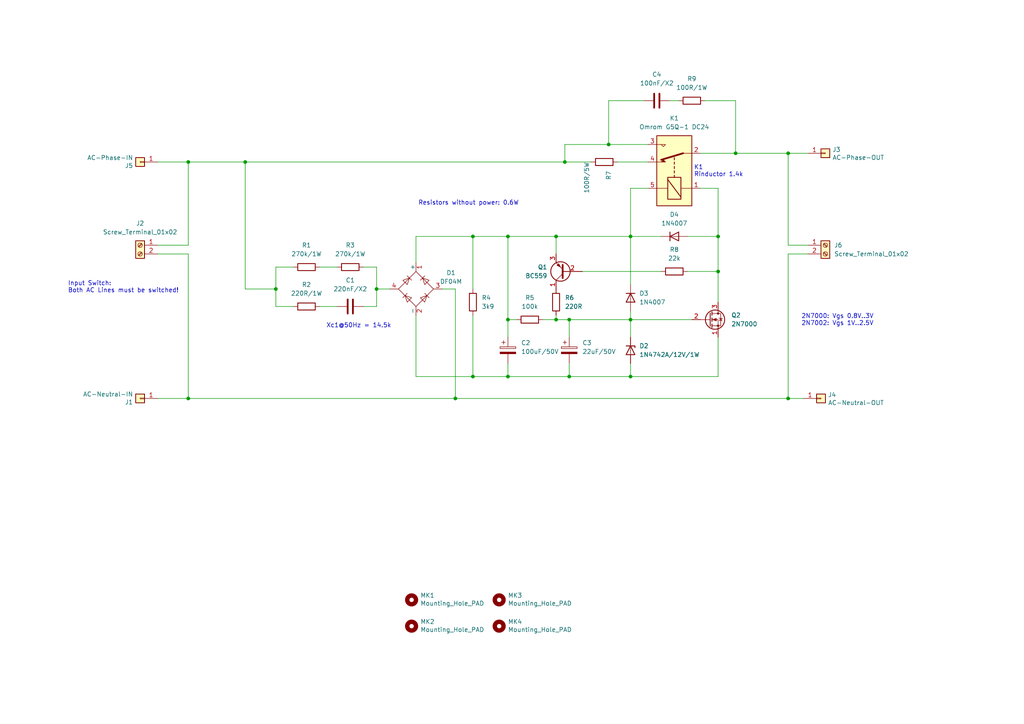
<source format=kicad_sch>
(kicad_sch (version 20211123) (generator eeschema)
  (paper "A4")
  (title_block (title "Inrush Current Limiter Relais") (date "2022-04-10") (rev "V3"))
  (lib_symbols
    (symbol "Connector:Screw_Terminal_01x02" (pin_names (offset 1.016) hide)
      (property "Reference" "J" (at 0 2.54 0))
      (property "Value" "Screw_Terminal_01x02" (at 0 -5.08 0))
      (symbol "Screw_Terminal_01x02_1_1"
        (rectangle (start -1.27 1.27) (end 1.27 -3.81) (stroke (width 0.254)) (fill (type background)))
        (circle (center 0 -2.54) (radius 0.635) (stroke (width 0.1524)))
        (polyline (pts (xy -0.5334 -2.2098) (xy 0.3302 -3.048)) (stroke (width 0.1524)))
        (polyline (pts (xy -0.5334 0.3302) (xy 0.3302 -0.508)) (stroke (width 0.1524)))
        (polyline (pts (xy -0.3556 -2.032) (xy 0.508 -2.8702)) (stroke (width 0.1524)))
        (polyline (pts (xy -0.3556 0.508) (xy 0.508 -0.3302)) (stroke (width 0.1524)))
        (circle (center 0 0) (radius 0.635) (stroke (width 0.1524)))
        (pin passive line (at -5.08 0 0) (length 3.81) (name "Pin_1") (number "1"))
        (pin passive line (at -5.08 -2.54 0) (length 3.81) (name "Pin_2") (number "2"))
      )
    )
    (symbol "Connector_Generic:Conn_01x01" (pin_names (offset 1.016) hide)
      (property "Reference" "J" (at 0 2.54 0))
      (property "Value" "Conn_01x01" (at 0 -2.54 0))
      (symbol "Conn_01x01_1_1"
        (rectangle (start -1.27 0.127) (end 0 -0.127) (stroke (width 0.1524)))
        (rectangle (start -1.27 1.27) (end 1.27 -1.27) (stroke (width 0.254)) (fill (type background)))
        (pin passive line (at -5.08 0 0) (length 3.81) (name "Pin_1") (number "1"))
      )
    )
    (symbol "Device:C" (pin_numbers hide) (pin_names (offset 0.254))
      (property "Reference" "C" (at 0.635 2.54 0))
      (property "Value" "C" (at 0.635 -2.54 0))
      (symbol "C_0_1"
        (polyline (pts (xy -2.032 -0.762) (xy 2.032 -0.762)) (stroke (width 0.508)))
        (polyline (pts (xy -2.032 0.762) (xy 2.032 0.762)) (stroke (width 0.508)))
      )
      (symbol "C_1_1"
        (pin passive line (at 0 3.81 270) (length 2.794) (name "~") (number "1"))
        (pin passive line (at 0 -3.81 90) (length 2.794) (name "~") (number "2"))
      )
    )
    (symbol "Device:C_Polarized" (pin_numbers hide) (pin_names (offset 0.254))
      (property "Reference" "C" (at 0.635 2.54 0))
      (property "Value" "C_Polarized" (at 0.635 -2.54 0))
      (symbol "C_Polarized_0_1"
        (rectangle (start -2.286 0.508) (end 2.286 1.016))
        (polyline (pts (xy -1.778 2.286) (xy -0.762 2.286)))
        (polyline (pts (xy -1.27 2.794) (xy -1.27 1.778)))
        (rectangle (start 2.286 -0.508) (end -2.286 -1.016) (fill (type outline)))
      )
      (symbol "C_Polarized_1_1"
        (pin passive line (at 0 3.81 270) (length 2.794) (name "~") (number "1"))
        (pin passive line (at 0 -3.81 90) (length 2.794) (name "~") (number "2"))
      )
    )
    (symbol "Device:R" (pin_numbers hide) (pin_names (offset 0))
      (property "Reference" "R" (at 2.032 0 90))
      (property "Value" "R" (at 0 0 90))
      (symbol "R_0_1"
        (rectangle (start -1.016 -2.54) (end 1.016 2.54) (stroke (width 0.254)))
      )
      (symbol "R_1_1"
        (pin passive line (at 0 3.81 270) (length 1.27) (name "~") (number "1"))
        (pin passive line (at 0 -3.81 90) (length 1.27) (name "~") (number "2"))
      )
    )
    (symbol "Diode:1N4007" (pin_numbers hide) (pin_names (offset 1.016) hide)
      (property "Reference" "D" (at 0 2.54 0))
      (property "Value" "1N4007" (at 0 -2.54 0))
      (symbol "1N4007_0_1"
        (polyline (pts (xy -1.27 1.27) (xy -1.27 -1.27)) (stroke (width 0.254)))
        (polyline (pts (xy 1.27 0) (xy -1.27 0)))
        (polyline (pts (xy 1.27 1.27) (xy 1.27 -1.27) (xy -1.27 0) (xy 1.27 1.27)) (stroke (width 0.254)))
      )
      (symbol "1N4007_1_1"
        (pin passive line (at -3.81 0 0) (length 2.54) (name "K") (number "1"))
        (pin passive line (at 3.81 0 180) (length 2.54) (name "A") (number "2"))
      )
    )
    (symbol "Diode:1N47xxA" (pin_numbers hide) (pin_names (offset 1.016) hide)
      (property "Reference" "D" (at 0 2.54 0))
      (property "Value" "1N47xxA" (at 0 -2.54 0))
      (symbol "1N47xxA_0_1"
        (polyline (pts (xy 1.27 0) (xy -1.27 0)))
        (polyline (pts (xy -1.27 -1.27) (xy -1.27 1.27) (xy -0.762 1.27)) (stroke (width 0.254)))
        (polyline (pts (xy 1.27 -1.27) (xy 1.27 1.27) (xy -1.27 0) (xy 1.27 -1.27)) (stroke (width 0.254)))
      )
      (symbol "1N47xxA_1_1"
        (pin passive line (at -3.81 0 0) (length 2.54) (name "K") (number "1"))
        (pin passive line (at 3.81 0 180) (length 2.54) (name "A") (number "2"))
      )
    )
    (symbol "Diode_Bridge:DF04M" (pin_names (offset 0))
      (property "Reference" "D" (at 2.54 6.985 0))
      (property "Value" "DF04M" (at 2.54 5.08 0))
      (symbol "DF04M_0_1"
        (polyline (pts (xy -2.54 3.81) (xy -1.27 2.54)))
        (polyline (pts (xy -1.27 -2.54) (xy -2.54 -3.81)))
        (polyline (pts (xy 2.54 -1.27) (xy 3.81 -2.54)))
        (polyline (pts (xy 2.54 1.27) (xy 3.81 2.54)))
        (polyline (pts (xy -3.81 2.54) (xy -2.54 1.27) (xy -1.905 3.175) (xy -3.81 2.54)))
        (polyline (pts (xy -2.54 -1.27) (xy -3.81 -2.54) (xy -1.905 -3.175) (xy -2.54 -1.27)))
        (polyline (pts (xy 1.27 2.54) (xy 2.54 3.81) (xy 3.175 1.905) (xy 1.27 2.54)))
        (polyline (pts (xy 3.175 -1.905) (xy 1.27 -2.54) (xy 2.54 -3.81) (xy 3.175 -1.905)))
        (polyline (pts (xy -5.08 0) (xy 0 -5.08) (xy 5.08 0) (xy 0 5.08) (xy -5.08 0)))
      )
      (symbol "DF04M_1_1"
        (pin passive line (at 7.62 0 180) (length 2.54) (name "+") (number "1"))
        (pin passive line (at -7.62 0 0) (length 2.54) (name "-") (number "2"))
        (pin passive line (at 0 -7.62 90) (length 2.54) (name "~") (number "3"))
        (pin passive line (at 0 7.62 270) (length 2.54) (name "~") (number "4"))
      )
    )
    (symbol "Mechanical:MountingHole" (pin_names (offset 1.016))
      (property "Reference" "H" (at 0 5.08 0))
      (property "Value" "MountingHole" (at 0 3.175 0))
      (symbol "MountingHole_0_1"
        (circle (center 0 0) (radius 1.27) (stroke (width 1.27)))
      )
    )
    (symbol "Relay:G5Q-1"
      (property "Reference" "K" (at 11.43 3.81 0))
      (property "Value" "G5Q-1" (at 11.43 1.27 0))
      (symbol "G5Q-1_0_0"
        (polyline (pts (xy 7.62 5.08) (xy 7.62 2.54) (xy 6.985 3.175) (xy 7.62 3.81)))
      )
      (symbol "G5Q-1_0_1"
        (rectangle (start -10.16 5.08) (end 10.16 -5.08) (stroke (width 0.254)) (fill (type background)))
        (rectangle (start -8.255 1.905) (end -1.905 -1.905) (stroke (width 0.254)))
        (polyline (pts (xy -7.62 -1.905) (xy -2.54 1.905)) (stroke (width 0.254)))
        (polyline (pts (xy -5.08 -5.08) (xy -5.08 -1.905)))
        (polyline (pts (xy -5.08 5.08) (xy -5.08 1.905)))
        (polyline (pts (xy -1.905 0) (xy -1.27 0)) (stroke (width 0.254)))
        (polyline (pts (xy -0.635 0) (xy 0 0)) (stroke (width 0.254)))
        (polyline (pts (xy 0.635 0) (xy 1.27 0)) (stroke (width 0.254)))
        (polyline (pts (xy 1.905 0) (xy 2.54 0)) (stroke (width 0.254)))
        (polyline (pts (xy 3.175 0) (xy 3.81 0)) (stroke (width 0.254)))
        (polyline (pts (xy 5.08 -2.54) (xy 3.175 3.81)) (stroke (width 0.508)))
        (polyline (pts (xy 5.08 -2.54) (xy 5.08 -5.08)))
        (polyline (pts (xy 2.54 5.08) (xy 2.54 2.54) (xy 3.175 3.175) (xy 2.54 3.81)) (fill (type outline)))
      )
      (symbol "G5Q-1_1_1"
        (pin passive line (at -5.08 -7.62 90) (length 2.54) (name "~") (number "1"))
        (pin passive line (at 5.08 -7.62 90) (length 2.54) (name "~") (number "2"))
        (pin passive line (at 7.62 7.62 270) (length 2.54) (name "~") (number "3"))
        (pin passive line (at 2.54 7.62 270) (length 2.54) (name "~") (number "4"))
        (pin passive line (at -5.08 7.62 270) (length 2.54) (name "~") (number "5"))
      )
    )
    (symbol "Transistor_BJT:BC559" (pin_names (offset 0) hide)
      (property "Reference" "Q" (at 5.08 1.905 0))
      (property "Value" "BC559" (at 5.08 0 0))
      (symbol "BC559_0_1"
        (polyline (pts (xy 0.635 0.635) (xy 2.54 2.54)))
        (polyline (pts (xy 0.635 -0.635) (xy 2.54 -2.54) (xy 2.54 -2.54)))
        (polyline (pts (xy 0.635 1.905) (xy 0.635 -1.905) (xy 0.635 -1.905)) (stroke (width 0.508)))
        (polyline (pts (xy 2.286 -1.778) (xy 1.778 -2.286) (xy 1.27 -1.27) (xy 2.286 -1.778) (xy 2.286 -1.778)) (fill (type outline)))
        (circle (center 1.27 0) (radius 2.8194) (stroke (width 0.254)))
      )
      (symbol "BC559_1_1"
        (pin passive line (at 2.54 5.08 270) (length 2.54) (name "C") (number "1"))
        (pin input line (at -5.08 0 0) (length 5.715) (name "B") (number "2"))
        (pin passive line (at 2.54 -5.08 90) (length 2.54) (name "E") (number "3"))
      )
    )
    (symbol "Transistor_FET:2N7000" (pin_names hide)
      (property "Reference" "Q" (at 5.08 1.905 0))
      (property "Value" "2N7000" (at 5.08 0 0))
      (symbol "2N7000_0_1"
        (polyline (pts (xy 0.254 0) (xy -2.54 0)))
        (polyline (pts (xy 0.254 1.905) (xy 0.254 -1.905)) (stroke (width 0.254)))
        (polyline (pts (xy 0.762 -1.27) (xy 0.762 -2.286)) (stroke (width 0.254)))
        (polyline (pts (xy 0.762 0.508) (xy 0.762 -0.508)) (stroke (width 0.254)))
        (polyline (pts (xy 0.762 2.286) (xy 0.762 1.27)) (stroke (width 0.254)))
        (polyline (pts (xy 2.54 2.54) (xy 2.54 1.778)))
        (polyline (pts (xy 2.54 -2.54) (xy 2.54 0) (xy 0.762 0)))
        (polyline (pts (xy 0.762 -1.778) (xy 3.302 -1.778) (xy 3.302 1.778) (xy 0.762 1.778)))
        (polyline (pts (xy 1.016 0) (xy 2.032 0.381) (xy 2.032 -0.381) (xy 1.016 0)) (fill (type outline)))
        (polyline (pts (xy 2.794 0.508) (xy 2.921 0.381) (xy 3.683 0.381) (xy 3.81 0.254)))
        (polyline (pts (xy 3.302 0.381) (xy 2.921 -0.254) (xy 3.683 -0.254) (xy 3.302 0.381)))
        (circle (center 1.651 0) (radius 2.794) (stroke (width 0.254)))
        (circle (center 2.54 -1.778) (radius 0.254) (fill (type outline)))
        (circle (center 2.54 1.778) (radius 0.254) (fill (type outline)))
      )
      (symbol "2N7000_1_1"
        (pin passive line (at 2.54 -5.08 90) (length 2.54) (name "S") (number "1"))
        (pin input line (at -5.08 0 0) (length 2.54) (name "G") (number "2"))
        (pin passive line (at 2.54 5.08 270) (length 2.54) (name "D") (number "3"))
      )
    )
  )
  (junction (at 165.1 92.71))
  (junction (at 80.01 83.82))
  (junction (at 176.53 41.91))
  (junction (at 54.61 46.99))
  (junction (at 109.22 83.82))
  (junction (at 182.88 92.71))
  (junction (at 54.61 115.57))
  (junction (at 161.29 68.58))
  (junction (at 147.32 109.22))
  (junction (at 182.88 68.58))
  (junction (at 208.28 68.58))
  (junction (at 137.16 68.58))
  (junction (at 161.29 92.71))
  (junction (at 163.83 46.99))
  (junction (at 71.12 46.99))
  (junction (at 137.16 109.22))
  (junction (at 165.1 109.22))
  (junction (at 228.6 115.57))
  (junction (at 147.32 68.58))
  (junction (at 147.32 92.71))
  (junction (at 208.28 78.74))
  (junction (at 132.08 115.57))
  (junction (at 182.88 109.22))
  (junction (at 213.36 44.45))
  (junction (at 228.6 44.45))
  (wire (pts (xy 203.2 54.61) (xy 208.28 54.61)))
  (wire (pts (xy 168.91 78.74) (xy 191.77 78.74)))
  (wire (pts (xy 120.65 91.44) (xy 120.65 109.22)))
  (wire (pts (xy 45.72 46.99) (xy 54.61 46.99)))
  (wire (pts (xy 182.88 109.22) (xy 165.1 109.22)))
  (wire (pts (xy 161.29 68.58) (xy 147.32 68.58)))
  (wire (pts (xy 182.88 92.71) (xy 182.88 97.79)))
  (wire (pts (xy 161.29 92.71) (xy 165.1 92.71)))
  (wire (pts (xy 147.32 109.22) (xy 147.32 105.41)))
  (wire (pts (xy 213.36 29.21) (xy 213.36 44.45)))
  (wire (pts (xy 45.72 115.57) (xy 54.61 115.57)))
  (wire (pts (xy 182.88 68.58) (xy 182.88 54.61)))
  (wire (pts (xy 165.1 92.71) (xy 165.1 97.79)))
  (wire (pts (xy 105.41 77.47) (xy 109.22 77.47)))
  (wire (pts (xy 137.16 91.44) (xy 137.16 109.22)))
  (wire (pts (xy 147.32 92.71) (xy 147.32 97.79)))
  (wire (pts (xy 182.88 105.41) (xy 182.88 109.22)))
  (wire (pts (xy 176.53 29.21) (xy 176.53 41.91)))
  (wire (pts (xy 109.22 83.82) (xy 109.22 88.9)))
  (wire (pts (xy 182.88 92.71) (xy 200.66 92.71)))
  (wire (pts (xy 191.77 68.58) (xy 182.88 68.58)))
  (wire (pts (xy 137.16 109.22) (xy 147.32 109.22)))
  (wire (pts (xy 80.01 83.82) (xy 71.12 83.82)))
  (wire (pts (xy 165.1 92.71) (xy 182.88 92.71)))
  (wire (pts (xy 171.45 46.99) (xy 163.83 46.99)))
  (wire (pts (xy 228.6 44.45) (xy 234.315 44.45)))
  (wire (pts (xy 234.315 71.12) (xy 228.6 71.12)))
  (wire (pts (xy 147.32 68.58) (xy 137.16 68.58)))
  (wire (pts (xy 92.71 88.9) (xy 97.79 88.9)))
  (wire (pts (xy 80.01 77.47) (xy 80.01 83.82)))
  (wire (pts (xy 109.22 77.47) (xy 109.22 83.82)))
  (wire (pts (xy 147.32 68.58) (xy 147.32 92.71)))
  (wire (pts (xy 163.83 46.99) (xy 71.12 46.99)))
  (wire (pts (xy 45.72 71.12) (xy 54.61 71.12)))
  (wire (pts (xy 228.6 73.66) (xy 228.6 115.57)))
  (wire (pts (xy 85.09 77.47) (xy 80.01 77.47)))
  (wire (pts (xy 137.16 68.58) (xy 137.16 83.82)))
  (wire (pts (xy 132.08 115.57) (xy 228.6 115.57)))
  (wire (pts (xy 199.39 68.58) (xy 208.28 68.58)))
  (wire (pts (xy 208.28 97.79) (xy 208.28 109.22)))
  (wire (pts (xy 208.28 54.61) (xy 208.28 68.58)))
  (wire (pts (xy 186.69 29.21) (xy 176.53 29.21)))
  (wire (pts (xy 54.61 46.99) (xy 54.61 71.12)))
  (wire (pts (xy 165.1 105.41) (xy 165.1 109.22)))
  (wire (pts (xy 71.12 83.82) (xy 71.12 46.99)))
  (wire (pts (xy 161.29 92.71) (xy 161.29 91.44)))
  (wire (pts (xy 208.28 78.74) (xy 208.28 87.63)))
  (wire (pts (xy 132.08 83.82) (xy 132.08 115.57)))
  (wire (pts (xy 228.6 115.57) (xy 233.045 115.57)))
  (wire (pts (xy 234.315 73.66) (xy 228.6 73.66)))
  (wire (pts (xy 176.53 41.91) (xy 163.83 41.91)))
  (wire (pts (xy 208.28 109.22) (xy 182.88 109.22)))
  (wire (pts (xy 165.1 109.22) (xy 147.32 109.22)))
  (wire (pts (xy 109.22 83.82) (xy 113.03 83.82)))
  (wire (pts (xy 45.72 73.66) (xy 54.61 73.66)))
  (wire (pts (xy 71.12 46.99) (xy 54.61 46.99)))
  (wire (pts (xy 157.48 92.71) (xy 161.29 92.71)))
  (wire (pts (xy 163.83 41.91) (xy 163.83 46.99)))
  (wire (pts (xy 228.6 71.12) (xy 228.6 44.45)))
  (wire (pts (xy 213.36 44.45) (xy 228.6 44.45)))
  (wire (pts (xy 182.88 68.58) (xy 161.29 68.58)))
  (wire (pts (xy 149.86 92.71) (xy 147.32 92.71)))
  (wire (pts (xy 80.01 88.9) (xy 85.09 88.9)))
  (wire (pts (xy 120.65 68.58) (xy 120.65 76.2)))
  (wire (pts (xy 128.27 83.82) (xy 132.08 83.82)))
  (wire (pts (xy 92.71 77.47) (xy 97.79 77.47)))
  (wire (pts (xy 194.31 29.21) (xy 196.85 29.21)))
  (wire (pts (xy 54.61 115.57) (xy 132.08 115.57)))
  (wire (pts (xy 208.28 68.58) (xy 208.28 78.74)))
  (wire (pts (xy 120.65 109.22) (xy 137.16 109.22)))
  (wire (pts (xy 54.61 73.66) (xy 54.61 115.57)))
  (wire (pts (xy 161.29 68.58) (xy 161.29 73.66)))
  (wire (pts (xy 182.88 68.58) (xy 182.88 82.55)))
  (wire (pts (xy 109.22 88.9) (xy 105.41 88.9)))
  (wire (pts (xy 179.07 46.99) (xy 187.96 46.99)))
  (wire (pts (xy 137.16 68.58) (xy 120.65 68.58)))
  (wire (pts (xy 182.88 90.17) (xy 182.88 92.71)))
  (wire (pts (xy 80.01 83.82) (xy 80.01 88.9)))
  (wire (pts (xy 187.96 41.91) (xy 176.53 41.91)))
  (wire (pts (xy 204.47 29.21) (xy 213.36 29.21)))
  (wire (pts (xy 182.88 54.61) (xy 187.96 54.61)))
  (wire (pts (xy 203.2 44.45) (xy 213.36 44.45)))
  (wire (pts (xy 199.39 78.74) (xy 208.28 78.74)))
  (text "2N7000: Vgs 0.8V..3V\n2N7002: Vgs 1V..2.5V" (at 232.41 94.615 0) (effects (font (size 1.27 1.27)) (justify left bottom)))
  (text "K1\nRinductor 1.4k" (at 201.295 51.435 0) (effects (font (size 1.27 1.27)) (justify left bottom)))
  (text "Xc1@50Hz = 14.5k" (at 94.615 95.25 0) (effects (font (size 1.27 1.27)) (justify left bottom)))
  (text "Resistors without power: 0.6W" (at 121.285 59.69 0) (effects (font (size 1.27 1.27)) (justify left bottom)))
  (text "Input Switch:\nBoth AC Lines must be switched!" (at 19.685 85.09 0) (effects (font (size 1.27 1.27)) (justify left bottom)))
  (symbol (lib_id "Device:R") (at 161.29 87.63 180) (unit 1)
    (property "Reference" "R6" (at 163.83 86.3599 0) (effects (justify right)))
    (property "Value" "220R" (at 163.83 88.8999 0) (effects (justify right)))
    (property "Footprint" "Resistor_THT:R_Axial_DIN0207_L6.3mm_D2.5mm_P10.16mm_Horizontal" (effects hide))
  )
  (symbol (lib_id "Device:R") (at 88.9 88.9 90) (unit 1)
    (property "Reference" "R2" (at 88.9 82.55 90))
    (property "Value" "220R/1W" (at 88.9 85.09 90))
    (property "Footprint" "Resistor_THT:R_Axial_DIN0207_L6.3mm_D2.5mm_P15.24mm_Horizontal" (effects hide))
  )
  (symbol (lib_id "Device:R") (at 195.58 78.74 90) (unit 1)
    (property "Reference" "R8" (at 195.58 72.39 90))
    (property "Value" "22k" (at 195.58 74.93 90))
    (property "Footprint" "Resistor_THT:R_Axial_DIN0207_L6.3mm_D2.5mm_P10.16mm_Horizontal" (effects hide))
  )
  (symbol (lib_id "Mechanical:MountingHole") (at 144.78 181.61 0) (unit 1)
    (property "Reference" "MK4" (at 147.32 180.3146 0) (effects (justify left)))
    (property "Value" "Mounting_Hole_PAD" (at 147.32 182.626 0) (effects (justify left)))
    (property "Footprint" "MountingHole:MountingHole_3.2mm_M3_Pad_Via" (effects hide))
  )
  (symbol (lib_id "Mechanical:MountingHole") (at 119.38 181.61 0) (unit 1)
    (property "Reference" "MK2" (at 121.92 180.3146 0) (effects (justify left)))
    (property "Value" "Mounting_Hole_PAD" (at 121.92 182.626 0) (effects (justify left)))
    (property "Footprint" "MountingHole:MountingHole_3.2mm_M3_Pad_Via" (effects hide))
  )
  (symbol (lib_id "Transistor_BJT:BC559") (at 163.83 78.74 180) (unit 1)
    (property "Reference" "Q1" (at 158.75 77.4699 0) (effects (justify left)))
    (property "Value" "BC559" (at 158.75 80.0099 0) (effects (justify left)))
    (property "Footprint" "Package_TO_SOT_THT:TO-92_Inline" (effects hide))
    (property "Datasheet" "https://www.onsemi.com/pub/Collateral/BC556BTA-D.pdf" (effects hide))
  )
  (symbol (lib_id "Connector_Generic:Conn_01x01") (at 40.64 46.99 180) (unit 1)
    (property "Reference" "J5" (at 38.608 48.0568 0) (effects (justify left)))
    (property "Value" "AC-Phase-IN" (at 38.608 45.7454 0) (effects (justify left)))
    (property "Footprint" "kicad-snk:TE-726386-2_Pitch5.08mm_Drill1.3mm" (effects hide))
  )
  (symbol (lib_id "Mechanical:MountingHole") (at 144.78 173.99 0) (unit 1)
    (property "Reference" "MK3" (at 147.32 172.6946 0) (effects (justify left)))
    (property "Value" "Mounting_Hole_PAD" (at 147.32 175.006 0) (effects (justify left)))
    (property "Footprint" "MountingHole:MountingHole_3.2mm_M3_Pad_Via" (effects hide))
  )
  (symbol (lib_id "Device:R") (at 200.66 29.21 90) (unit 1)
    (property "Reference" "R9" (at 200.66 22.86 90))
    (property "Value" "100R/1W" (at 200.66 25.4 90))
    (property "Footprint" "Resistor_THT:R_Axial_DIN0207_L6.3mm_D2.5mm_P15.24mm_Horizontal" (effects hide))
  )
  (symbol (lib_id "Device:R") (at 175.26 46.99 270) (unit 1)
    (property "Reference" "R7" (at 176.5301 49.53 0) (effects (justify left)))
    (property "Value" "100R/5W" (at 170.18 46.99 0) (effects (justify left)))
    (property "Footprint" "Resistor_THT:R_Axial_Power_L25.0mm_W9.0mm_P30.48mm" (effects hide))
  )
  (symbol (lib_id "Diode:1N47xxA") (at 182.88 101.6 270) (unit 1)
    (property "Reference" "D2" (at 185.42 100.3299 90) (effects (justify left)))
    (property "Value" "1N4742A/12V/1W" (at 185.42 102.8699 90) (effects (justify left)))
    (property "Footprint" "Diode_THT:D_DO-41_SOD81_P10.16mm_Horizontal" (effects hide))
    (property "Datasheet" "https://www.vishay.com/docs/85816/1n4728a.pdf" (effects hide))
  )
  (symbol (lib_id "Connector:Screw_Terminal_01x02") (at 40.64 71.12 0) (mirror y) (unit 1)
    (property "Reference" "J2" (at 40.64 64.77 0))
    (property "Value" "Screw_Terminal_01x02" (at 40.64 67.31 0))
    (property "Footprint" "TerminalBlock_RND:TerminalBlock_RND_205-00012_1x02_P5.00mm_Horizontal" (effects hide))
  )
  (symbol (lib_id "Connector_Generic:Conn_01x01") (at 239.395 44.45 0) (unit 1)
    (property "Reference" "J3" (at 241.427 43.3832 0) (effects (justify left)))
    (property "Value" "AC-Phase-OUT" (at 241.427 45.6946 0) (effects (justify left)))
    (property "Footprint" "kicad-snk:TE-726386-2_Pitch5.08mm_Drill1.3mm" (effects hide))
  )
  (symbol (lib_id "Connector:Screw_Terminal_01x02") (at 239.395 71.12 0) (unit 1)
    (property "Reference" "J6" (at 241.935 71.1199 0) (effects (justify left)))
    (property "Value" "Screw_Terminal_01x02" (at 241.935 73.6599 0) (effects (justify left)))
    (property "Footprint" "TerminalBlock_RND:TerminalBlock_RND_205-00012_1x02_P5.00mm_Horizontal" (effects hide))
  )
  (symbol (lib_id "Device:R") (at 101.6 77.47 90) (unit 1)
    (property "Reference" "R3" (at 101.6 71.12 90))
    (property "Value" "270k/1W" (at 101.6 73.66 90))
    (property "Footprint" "Resistor_THT:R_Axial_DIN0207_L6.3mm_D2.5mm_P15.24mm_Horizontal" (effects hide))
  )
  (symbol (lib_id "Diode:1N4007") (at 182.88 86.36 270) (unit 1)
    (property "Reference" "D3" (at 185.42 85.0899 90) (effects (justify left)))
    (property "Value" "1N4007" (at 185.42 87.6299 90) (effects (justify left)))
    (property "Footprint" "Diode_THT:D_DO-41_SOD81_P10.16mm_Horizontal" (effects hide))
    (property "Datasheet" "http://www.vishay.com/docs/88503/1n4001.pdf" (effects hide))
  )
  (symbol (lib_id "Device:R") (at 88.9 77.47 90) (unit 1)
    (property "Reference" "R1" (at 88.9 71.12 90))
    (property "Value" "270k/1W" (at 88.9 73.66 90))
    (property "Footprint" "Resistor_THT:R_Axial_DIN0207_L6.3mm_D2.5mm_P15.24mm_Horizontal" (effects hide))
  )
  (symbol (lib_id "Device:C") (at 190.5 29.21 90) (unit 1)
    (property "Reference" "C4" (at 190.5 21.59 90))
    (property "Value" "100nF/X2" (at 190.5 24.13 90))
    (property "Footprint" "Capacitor_THT:C_Rect_L18.0mm_W5.0mm_P15.00mm_FKS3_FKP3" (effects hide))
  )
  (symbol (lib_id "Connector_Generic:Conn_01x01") (at 238.125 115.57 0) (unit 1)
    (property "Reference" "J4" (at 240.157 114.5032 0) (effects (justify left)))
    (property "Value" "AC-Neutral-OUT" (at 240.157 116.8146 0) (effects (justify left)))
    (property "Footprint" "kicad-snk:TE-726386-2_Pitch5.08mm_Drill1.3mm" (effects hide))
  )
  (symbol (lib_id "Transistor_FET:2N7000") (at 205.74 92.71 0) (unit 1)
    (property "Reference" "Q2" (at 212.09 91.4399 0) (effects (justify left)))
    (property "Value" "2N7000" (at 212.09 93.9799 0) (effects (justify left)))
    (property "Footprint" "Package_TO_SOT_THT:TO-92_Inline" (effects hide))
    (property "Datasheet" "https://www.onsemi.com/pub/Collateral/NDS7002A-D.PDF" (effects hide))
  )
  (symbol (lib_id "Relay:G5Q-1") (at 195.58 49.53 90) (unit 1)
    (property "Reference" "K1" (at 195.58 34.29 90))
    (property "Value" "Omrom G5Q-1 DC24" (at 195.58 36.83 90))
    (property "Footprint" "Relay_THT:Relay_SPDT_Omron-G5Q-1" (effects hide))
    (property "Datasheet" "https://www.omron.com/ecb/products/pdf/en-g5q.pdf" (effects hide))
  )
  (symbol (lib_id "Diode_Bridge:DF04M") (at 120.65 83.82 90) (unit 1)
    (property "Reference" "D1" (at 130.81 79.121 90))
    (property "Value" "DF04M" (at 130.81 81.661 90))
    (property "Footprint" "Diode_THT:Diode_Bridge_DIP-4_W7.62mm_P5.08mm" (effects hide))
    (property "Datasheet" "http://www.vishay.com/docs/88571/dfm.pdf" (effects hide))
  )
  (symbol (lib_id "Connector_Generic:Conn_01x01") (at 40.64 115.57 180) (unit 1)
    (property "Reference" "J1" (at 38.608 116.6368 0) (effects (justify left)))
    (property "Value" "AC-Neutral-IN" (at 38.608 114.3254 0) (effects (justify left)))
    (property "Footprint" "kicad-snk:TE-726386-2_Pitch5.08mm_Drill1.3mm" (effects hide))
  )
  (symbol (lib_id "Device:R") (at 137.16 87.63 0) (unit 1)
    (property "Reference" "R4" (at 139.7 86.3599 0) (effects (justify left)))
    (property "Value" "3k9" (at 139.7 88.8999 0) (effects (justify left)))
    (property "Footprint" "Resistor_THT:R_Axial_DIN0207_L6.3mm_D2.5mm_P10.16mm_Horizontal" (effects hide))
  )
  (symbol (lib_id "Device:C_Polarized") (at 147.32 101.6 0) (unit 1)
    (property "Reference" "C2" (at 151.13 99.4409 0) (effects (justify left)))
    (property "Value" "100uF/50V" (at 151.13 101.9809 0) (effects (justify left)))
    (property "Footprint" "Capacitor_THT:CP_Radial_D8.0mm_P3.50mm" (effects hide))
  )
  (symbol (lib_id "Device:C_Polarized") (at 165.1 101.6 0) (unit 1)
    (property "Reference" "C3" (at 168.91 99.4409 0) (effects (justify left)))
    (property "Value" "22uF/50V" (at 168.91 101.9809 0) (effects (justify left)))
    (property "Footprint" "Capacitor_THT:CP_Radial_D5.0mm_P2.00mm" (effects hide))
  )
  (symbol (lib_id "Device:C") (at 101.6 88.9 90) (unit 1)
    (property "Reference" "C1" (at 101.6 81.28 90))
    (property "Value" "220nF/X2" (at 101.6 83.82 90))
    (property "Footprint" "Capacitor_THT:C_Rect_L18.0mm_W7.0mm_P15.00mm_FKS3_FKP3" (effects hide))
  )
  (symbol (lib_id "Device:R") (at 153.67 92.71 90) (unit 1)
    (property "Reference" "R5" (at 153.67 86.36 90))
    (property "Value" "100k" (at 153.67 88.9 90))
    (property "Footprint" "Resistor_THT:R_Axial_DIN0207_L6.3mm_D2.5mm_P10.16mm_Horizontal" (effects hide))
  )
  (symbol (lib_id "Mechanical:MountingHole") (at 119.38 173.99 0) (unit 1)
    (property "Reference" "MK1" (at 121.92 172.6946 0) (effects (justify left)))
    (property "Value" "Mounting_Hole_PAD" (at 121.92 175.006 0) (effects (justify left)))
    (property "Footprint" "MountingHole:MountingHole_3.2mm_M3_Pad_Via" (effects hide))
  )
  (symbol (lib_id "Diode:1N4007") (at 195.58 68.58 0) (unit 1)
    (property "Reference" "D4" (at 195.58 62.23 0))
    (property "Value" "1N4007" (at 195.58 64.77 0))
    (property "Footprint" "Diode_THT:D_DO-41_SOD81_P10.16mm_Horizontal" (effects hide))
    (property "Datasheet" "http://www.vishay.com/docs/88503/1n4001.pdf" (effects hide))
  )
)
</source>
